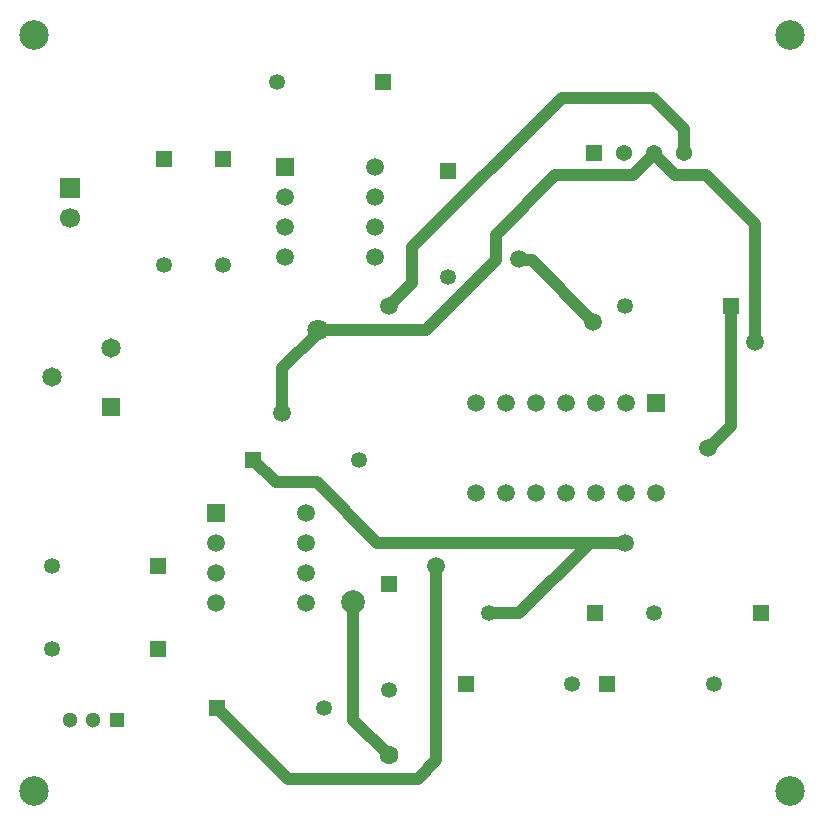
<source format=gtl>
G04*
G04 #@! TF.GenerationSoftware,Altium Limited,Altium Designer,23.1.1 (15)*
G04*
G04 Layer_Physical_Order=1*
G04 Layer_Color=255*
%FSLAX44Y44*%
%MOMM*%
G71*
G04*
G04 #@! TF.SameCoordinates,A873AAFA-6C65-4712-A0E8-E9F7B2878B64*
G04*
G04*
G04 #@! TF.FilePolarity,Positive*
G04*
G01*
G75*
%ADD28R,1.3000X1.3000*%
%ADD29C,1.3000*%
%ADD33C,1.0000*%
%ADD34C,1.5000*%
%ADD35R,1.5000X1.5000*%
%ADD36R,1.5000X1.5000*%
%ADD37C,1.3500*%
%ADD38R,1.3500X1.3500*%
%ADD39C,1.3700*%
%ADD40R,1.3700X1.3700*%
%ADD41C,1.7000*%
%ADD42R,1.7000X1.7000*%
%ADD43R,1.3500X1.3500*%
%ADD44C,1.6500*%
%ADD45R,1.6500X1.6500*%
%ADD46C,1.6000*%
%ADD47C,2.5000*%
%ADD48C,1.8000*%
%ADD49C,2.0000*%
D28*
X100000Y90000D02*
D03*
D29*
X80000D02*
D03*
X60000D02*
D03*
D33*
X350000Y460000D02*
Y490000D01*
X330000Y440000D02*
X350000Y460000D01*
Y490000D02*
X476487Y616487D01*
X553513D01*
X318100Y480547D02*
Y481900D01*
X320000Y240000D02*
X500000D01*
X234136Y290864D02*
X269136D01*
X320000Y240000D01*
X215000Y310000D02*
X234136Y290864D01*
X415670Y180670D02*
X440670D01*
X500000Y240000D01*
X530000D01*
X370000Y193392D02*
Y220500D01*
Y193392D02*
X370392Y193000D01*
Y55858D02*
Y193000D01*
X598850Y551150D02*
X640000Y510000D01*
Y410000D02*
Y510000D01*
X572192Y551150D02*
X598850D01*
X420500Y500500D02*
X471150Y551150D01*
X420500Y478983D02*
Y500500D01*
X471150Y551150D02*
X537008D01*
X450957Y479043D02*
X503030Y426970D01*
X440957Y479043D02*
X450957D01*
X440000Y480000D02*
X440957Y479043D01*
X361517Y420000D02*
X420500Y478983D01*
X270000Y420000D02*
X361517D01*
X240000Y387835D02*
X270000Y417835D01*
X240000Y350000D02*
Y387835D01*
X270000Y417835D02*
Y420000D01*
X245000Y40000D02*
X354534D01*
X185000Y100000D02*
X245000Y40000D01*
X354534D02*
X370392Y55858D01*
X300000Y90000D02*
X330000Y60000D01*
X300000Y90000D02*
Y190000D01*
X537008Y551150D02*
X548050Y562192D01*
Y562292D01*
X548050Y562292D01*
Y562449D01*
X554600Y568999D02*
Y570000D01*
X548050Y562449D02*
X554600Y568999D01*
X601110Y320000D02*
X620000Y338891D01*
Y440000D01*
X600000Y320000D02*
X601110D01*
X415000Y180000D02*
X415670Y180670D01*
X561150Y562192D02*
X572192Y551150D01*
X554600Y568999D02*
X561150Y562449D01*
Y562192D02*
Y562449D01*
X183800Y240000D02*
X185153D01*
X553513Y616487D02*
X580000Y590000D01*
Y570000D02*
Y590000D01*
X241900Y481900D02*
X242857Y480943D01*
D34*
X403800Y281900D02*
D03*
X429200D02*
D03*
X454600D02*
D03*
X480000D02*
D03*
X505400D02*
D03*
X530800D02*
D03*
X556200D02*
D03*
X403800Y358100D02*
D03*
X429200D02*
D03*
X454600D02*
D03*
X480000D02*
D03*
X505400D02*
D03*
X530800D02*
D03*
X260000Y189200D02*
D03*
Y214600D02*
D03*
Y240000D02*
D03*
Y265400D02*
D03*
X183800Y189200D02*
D03*
Y214600D02*
D03*
Y240000D02*
D03*
X318100Y481900D02*
D03*
Y507300D02*
D03*
Y532700D02*
D03*
Y558100D02*
D03*
X241900Y481900D02*
D03*
Y507300D02*
D03*
Y532700D02*
D03*
X330000Y440000D02*
D03*
X370000Y220500D02*
D03*
X440000Y480000D02*
D03*
X640000Y410000D02*
D03*
X600000Y320000D02*
D03*
X530000Y240000D02*
D03*
X503030Y426970D02*
D03*
X240000Y350000D02*
D03*
D35*
X556200Y358100D02*
D03*
D36*
X183800Y265400D02*
D03*
X241900Y558100D02*
D03*
D37*
X305000Y310000D02*
D03*
X605000Y120000D02*
D03*
X380000Y465000D02*
D03*
X530000Y440000D02*
D03*
X190000Y475000D02*
D03*
X275000Y100000D02*
D03*
X485000Y120000D02*
D03*
X330000Y115000D02*
D03*
X415000Y180000D02*
D03*
X235000Y630000D02*
D03*
X555000Y180000D02*
D03*
X140000Y475000D02*
D03*
X45000Y150000D02*
D03*
Y220000D02*
D03*
D38*
X215000Y310000D02*
D03*
X515000Y120000D02*
D03*
X620000Y440000D02*
D03*
X185000Y100000D02*
D03*
X395000Y120000D02*
D03*
X505000Y180000D02*
D03*
X325000Y630000D02*
D03*
X645000Y180000D02*
D03*
X135000Y150000D02*
D03*
Y220000D02*
D03*
D39*
X580000Y570000D02*
D03*
X554600D02*
D03*
X529200D02*
D03*
D40*
X503800D02*
D03*
D41*
X60000Y514600D02*
D03*
D42*
Y540000D02*
D03*
D43*
X380000Y555000D02*
D03*
X190000Y565000D02*
D03*
X330000Y205000D02*
D03*
X140000Y565000D02*
D03*
D44*
X95000Y405000D02*
D03*
X45000Y380000D02*
D03*
D45*
X95000Y355000D02*
D03*
D46*
X330000Y60000D02*
D03*
D47*
X30000Y30000D02*
D03*
X670000D02*
D03*
Y670000D02*
D03*
X30000D02*
D03*
D48*
X270000Y420000D02*
D03*
D49*
X300000Y190000D02*
D03*
M02*

</source>
